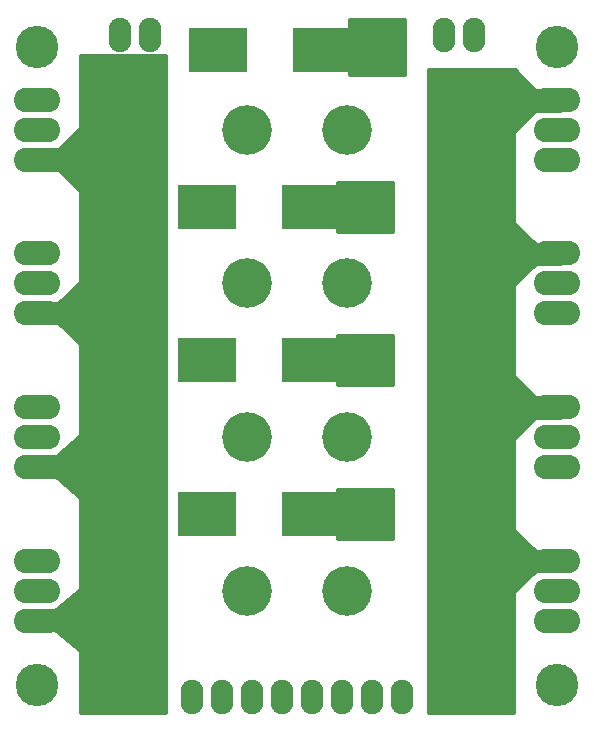
<source format=gbr>
G04 #@! TF.FileFunction,Soldermask,Bot*
%FSLAX46Y46*%
G04 Gerber Fmt 4.6, Leading zero omitted, Abs format (unit mm)*
G04 Created by KiCad (PCBNEW 4.0.4-stable) date 01/02/18 12:20:26*
%MOMM*%
%LPD*%
G01*
G04 APERTURE LIST*
%ADD10C,0.100000*%
%ADD11O,3.900120X2.099260*%
%ADD12C,4.199840*%
%ADD13C,3.000000*%
%ADD14C,3.600000*%
%ADD15O,1.920000X2.920000*%
%ADD16R,4.900000X3.700000*%
%ADD17C,0.254000*%
G04 APERTURE END LIST*
D10*
D11*
X177000000Y-80000000D03*
X177000000Y-82540000D03*
X177000000Y-77460000D03*
D12*
X159236000Y-80000000D03*
D11*
X133000000Y-93000000D03*
X133000000Y-90460000D03*
X133000000Y-95540000D03*
D12*
X150764000Y-93000000D03*
D11*
X177000000Y-93000000D03*
X177000000Y-95540000D03*
X177000000Y-90460000D03*
D12*
X159236000Y-93000000D03*
D11*
X133000000Y-80000000D03*
X133000000Y-77460000D03*
X133000000Y-82540000D03*
D12*
X150764000Y-80000000D03*
D13*
X169750000Y-86500000D03*
X169750000Y-99500000D03*
X169750000Y-112500000D03*
X169750000Y-126500000D03*
X140250000Y-126500000D03*
X140250000Y-112500000D03*
X140250000Y-99500000D03*
D14*
X133000000Y-127000000D03*
X177000000Y-127000000D03*
X177000000Y-73000000D03*
D15*
X140000000Y-72000000D03*
X142540000Y-72000000D03*
X170000000Y-72000000D03*
X167460000Y-72000000D03*
D14*
X133000000Y-73000000D03*
D13*
X140250000Y-86500000D03*
D11*
X177000000Y-119000000D03*
X177000000Y-121540000D03*
X177000000Y-116460000D03*
D12*
X159236000Y-119000000D03*
D11*
X177000000Y-106000000D03*
X177000000Y-108540000D03*
X177000000Y-103460000D03*
D12*
X159236000Y-106000000D03*
D11*
X133000000Y-106000000D03*
X133000000Y-103460000D03*
X133000000Y-108540000D03*
D12*
X150764000Y-106000000D03*
D11*
X133000000Y-119000000D03*
X133000000Y-116460000D03*
X133000000Y-121540000D03*
D12*
X150764000Y-119000000D03*
D15*
X146100000Y-128000000D03*
X148640000Y-128000000D03*
X151180000Y-128000000D03*
X153720000Y-128000000D03*
X156260000Y-128000000D03*
X158800000Y-128000000D03*
X161340000Y-128000000D03*
X163880000Y-128000000D03*
D16*
X157150000Y-73250000D03*
X148350000Y-73250000D03*
X156150000Y-86500000D03*
X147350000Y-86500000D03*
X156150000Y-99500000D03*
X147350000Y-99500000D03*
X156150000Y-112500000D03*
X147350000Y-112500000D03*
D17*
G36*
X143873000Y-129373000D02*
X136627000Y-129373000D01*
X136627000Y-124250000D01*
X136616994Y-124200590D01*
X136583630Y-124154423D01*
X134583630Y-122404423D01*
X134539856Y-122379416D01*
X134500000Y-122373000D01*
X132627000Y-122373000D01*
X132627000Y-120627000D01*
X134500000Y-120627000D01*
X134549410Y-120616994D01*
X134583630Y-120595577D01*
X136583630Y-118845577D01*
X136614226Y-118805510D01*
X136627000Y-118750000D01*
X136627000Y-111250000D01*
X136616994Y-111200590D01*
X136583630Y-111154423D01*
X134583630Y-109404423D01*
X134539856Y-109379416D01*
X134500000Y-109373000D01*
X132627000Y-109373000D01*
X132627000Y-107627000D01*
X134500000Y-107627000D01*
X134549410Y-107616994D01*
X134583630Y-107595577D01*
X136583630Y-105845577D01*
X136614226Y-105805510D01*
X136627000Y-105750000D01*
X136627000Y-98250000D01*
X136616994Y-98200590D01*
X136589803Y-98160197D01*
X134839803Y-96410197D01*
X134797789Y-96382334D01*
X134750000Y-96373000D01*
X134127000Y-96373000D01*
X134127000Y-94627000D01*
X134750000Y-94627000D01*
X134799410Y-94616994D01*
X134839803Y-94589803D01*
X136589803Y-92839803D01*
X136617666Y-92797789D01*
X136627000Y-92750000D01*
X136627000Y-85250000D01*
X136616994Y-85200590D01*
X136589803Y-85160197D01*
X134839803Y-83410197D01*
X134797789Y-83382334D01*
X134750000Y-83373000D01*
X132627000Y-83373000D01*
X132627000Y-81627000D01*
X134750000Y-81627000D01*
X134799410Y-81616994D01*
X134839803Y-81589803D01*
X136589803Y-79839803D01*
X136617666Y-79797789D01*
X136627000Y-79750000D01*
X136627000Y-73627000D01*
X143873000Y-73627000D01*
X143873000Y-129373000D01*
X143873000Y-129373000D01*
G37*
X143873000Y-129373000D02*
X136627000Y-129373000D01*
X136627000Y-124250000D01*
X136616994Y-124200590D01*
X136583630Y-124154423D01*
X134583630Y-122404423D01*
X134539856Y-122379416D01*
X134500000Y-122373000D01*
X132627000Y-122373000D01*
X132627000Y-120627000D01*
X134500000Y-120627000D01*
X134549410Y-120616994D01*
X134583630Y-120595577D01*
X136583630Y-118845577D01*
X136614226Y-118805510D01*
X136627000Y-118750000D01*
X136627000Y-111250000D01*
X136616994Y-111200590D01*
X136583630Y-111154423D01*
X134583630Y-109404423D01*
X134539856Y-109379416D01*
X134500000Y-109373000D01*
X132627000Y-109373000D01*
X132627000Y-107627000D01*
X134500000Y-107627000D01*
X134549410Y-107616994D01*
X134583630Y-107595577D01*
X136583630Y-105845577D01*
X136614226Y-105805510D01*
X136627000Y-105750000D01*
X136627000Y-98250000D01*
X136616994Y-98200590D01*
X136589803Y-98160197D01*
X134839803Y-96410197D01*
X134797789Y-96382334D01*
X134750000Y-96373000D01*
X134127000Y-96373000D01*
X134127000Y-94627000D01*
X134750000Y-94627000D01*
X134799410Y-94616994D01*
X134839803Y-94589803D01*
X136589803Y-92839803D01*
X136617666Y-92797789D01*
X136627000Y-92750000D01*
X136627000Y-85250000D01*
X136616994Y-85200590D01*
X136589803Y-85160197D01*
X134839803Y-83410197D01*
X134797789Y-83382334D01*
X134750000Y-83373000D01*
X132627000Y-83373000D01*
X132627000Y-81627000D01*
X134750000Y-81627000D01*
X134799410Y-81616994D01*
X134839803Y-81589803D01*
X136589803Y-79839803D01*
X136617666Y-79797789D01*
X136627000Y-79750000D01*
X136627000Y-73627000D01*
X143873000Y-73627000D01*
X143873000Y-129373000D01*
G36*
X175160197Y-76589803D02*
X175202211Y-76617666D01*
X175250000Y-76627000D01*
X177373000Y-76627000D01*
X177373000Y-78373000D01*
X175250000Y-78373000D01*
X175200590Y-78383006D01*
X175160197Y-78410197D01*
X173410197Y-80160197D01*
X173382334Y-80202211D01*
X173373000Y-80250000D01*
X173373000Y-87750000D01*
X173383006Y-87799410D01*
X173410197Y-87839803D01*
X175160197Y-89589803D01*
X175202211Y-89617666D01*
X175250000Y-89627000D01*
X177373000Y-89627000D01*
X177373000Y-91373000D01*
X175250000Y-91373000D01*
X175200590Y-91383006D01*
X175160197Y-91410197D01*
X173410197Y-93160197D01*
X173382334Y-93202211D01*
X173373000Y-93250000D01*
X173373000Y-100750000D01*
X173383006Y-100799410D01*
X173410197Y-100839803D01*
X175160197Y-102589803D01*
X175202211Y-102617666D01*
X175250000Y-102627000D01*
X177373000Y-102627000D01*
X177373000Y-104373000D01*
X175250000Y-104373000D01*
X175200590Y-104383006D01*
X175160197Y-104410197D01*
X173410197Y-106160197D01*
X173382334Y-106202211D01*
X173373000Y-106250000D01*
X173373000Y-113750000D01*
X173383006Y-113799410D01*
X173410197Y-113839803D01*
X175160197Y-115589803D01*
X175202211Y-115617666D01*
X175250000Y-115627000D01*
X177373000Y-115627000D01*
X177373000Y-117373000D01*
X175250000Y-117373000D01*
X175200590Y-117383006D01*
X175160197Y-117410197D01*
X173410197Y-119160197D01*
X173382334Y-119202211D01*
X173373000Y-119250000D01*
X173373000Y-129373000D01*
X166127000Y-129373000D01*
X166127000Y-74877000D01*
X173447394Y-74877000D01*
X175160197Y-76589803D01*
X175160197Y-76589803D01*
G37*
X175160197Y-76589803D02*
X175202211Y-76617666D01*
X175250000Y-76627000D01*
X177373000Y-76627000D01*
X177373000Y-78373000D01*
X175250000Y-78373000D01*
X175200590Y-78383006D01*
X175160197Y-78410197D01*
X173410197Y-80160197D01*
X173382334Y-80202211D01*
X173373000Y-80250000D01*
X173373000Y-87750000D01*
X173383006Y-87799410D01*
X173410197Y-87839803D01*
X175160197Y-89589803D01*
X175202211Y-89617666D01*
X175250000Y-89627000D01*
X177373000Y-89627000D01*
X177373000Y-91373000D01*
X175250000Y-91373000D01*
X175200590Y-91383006D01*
X175160197Y-91410197D01*
X173410197Y-93160197D01*
X173382334Y-93202211D01*
X173373000Y-93250000D01*
X173373000Y-100750000D01*
X173383006Y-100799410D01*
X173410197Y-100839803D01*
X175160197Y-102589803D01*
X175202211Y-102617666D01*
X175250000Y-102627000D01*
X177373000Y-102627000D01*
X177373000Y-104373000D01*
X175250000Y-104373000D01*
X175200590Y-104383006D01*
X175160197Y-104410197D01*
X173410197Y-106160197D01*
X173382334Y-106202211D01*
X173373000Y-106250000D01*
X173373000Y-113750000D01*
X173383006Y-113799410D01*
X173410197Y-113839803D01*
X175160197Y-115589803D01*
X175202211Y-115617666D01*
X175250000Y-115627000D01*
X177373000Y-115627000D01*
X177373000Y-117373000D01*
X175250000Y-117373000D01*
X175200590Y-117383006D01*
X175160197Y-117410197D01*
X173410197Y-119160197D01*
X173382334Y-119202211D01*
X173373000Y-119250000D01*
X173373000Y-129373000D01*
X166127000Y-129373000D01*
X166127000Y-74877000D01*
X173447394Y-74877000D01*
X175160197Y-76589803D01*
G36*
X164123000Y-75373000D02*
X159377000Y-75373000D01*
X159377000Y-70627000D01*
X164123000Y-70627000D01*
X164123000Y-75373000D01*
X164123000Y-75373000D01*
G37*
X164123000Y-75373000D02*
X159377000Y-75373000D01*
X159377000Y-70627000D01*
X164123000Y-70627000D01*
X164123000Y-75373000D01*
G36*
X163123000Y-88623000D02*
X158377000Y-88623000D01*
X158377000Y-84377000D01*
X163123000Y-84377000D01*
X163123000Y-88623000D01*
X163123000Y-88623000D01*
G37*
X163123000Y-88623000D02*
X158377000Y-88623000D01*
X158377000Y-84377000D01*
X163123000Y-84377000D01*
X163123000Y-88623000D01*
G36*
X163123000Y-101623000D02*
X158377000Y-101623000D01*
X158377000Y-97377000D01*
X163123000Y-97377000D01*
X163123000Y-101623000D01*
X163123000Y-101623000D01*
G37*
X163123000Y-101623000D02*
X158377000Y-101623000D01*
X158377000Y-97377000D01*
X163123000Y-97377000D01*
X163123000Y-101623000D01*
G36*
X163123000Y-114623000D02*
X158377000Y-114623000D01*
X158377000Y-110377000D01*
X163123000Y-110377000D01*
X163123000Y-114623000D01*
X163123000Y-114623000D01*
G37*
X163123000Y-114623000D02*
X158377000Y-114623000D01*
X158377000Y-110377000D01*
X163123000Y-110377000D01*
X163123000Y-114623000D01*
M02*

</source>
